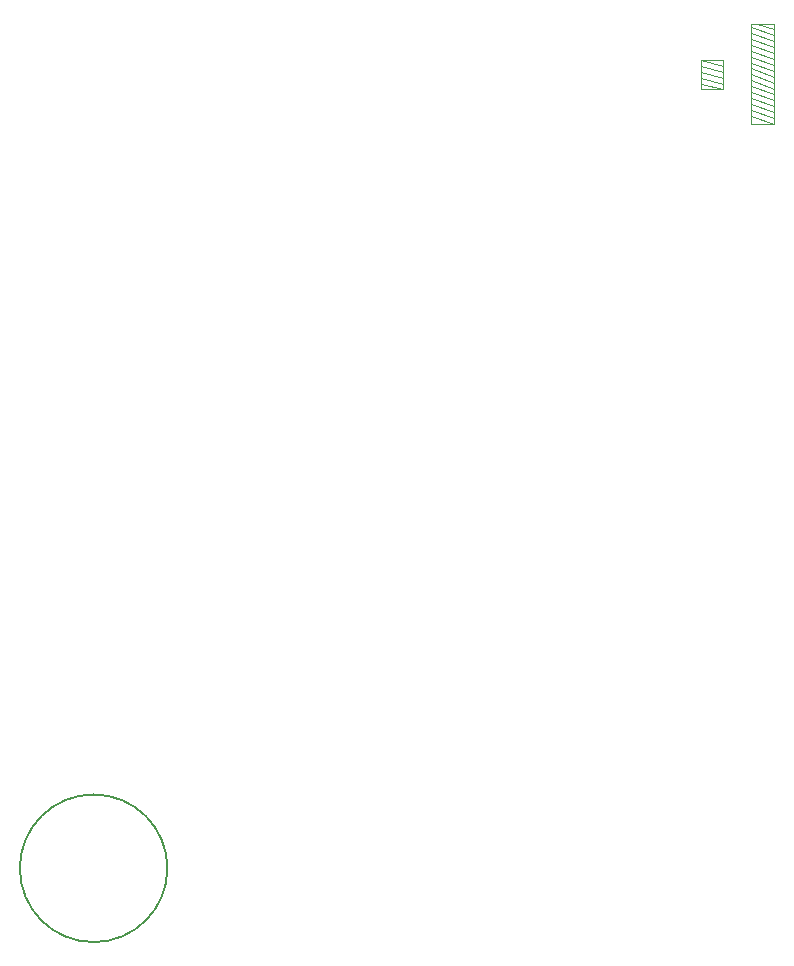
<source format=gbr>
G04 #@! TF.GenerationSoftware,KiCad,Pcbnew,(5.1.2)-2*
G04 #@! TF.CreationDate,2020-04-10T09:33:15+02:00*
G04 #@! TF.ProjectId,AfriCubePiPluginBoard,41667269-4375-4626-9550-69506c756769,rev?*
G04 #@! TF.SameCoordinates,Original*
G04 #@! TF.FileFunction,Drawing*
%FSLAX46Y46*%
G04 Gerber Fmt 4.6, Leading zero omitted, Abs format (unit mm)*
G04 Created by KiCad (PCBNEW (5.1.2)-2) date 2020-04-10 09:33:15*
%MOMM*%
%LPD*%
G04 APERTURE LIST*
%ADD10C,0.150000*%
%ADD11C,0.100000*%
G04 APERTURE END LIST*
D10*
X128805000Y-140335000D02*
G75*
G03X128805000Y-140335000I-6250000J0D01*
G01*
D11*
X175830000Y-72415000D02*
X173980000Y-71915000D01*
X173980000Y-72415000D02*
X175830000Y-72915000D01*
X175830000Y-73415000D02*
X173980000Y-72915000D01*
X173980000Y-73415000D02*
X175830000Y-73915000D01*
X175830000Y-74315000D02*
X173980000Y-73915000D01*
X175830000Y-71865000D02*
X173980000Y-71865000D01*
X173980000Y-74365000D02*
X175830000Y-74365000D01*
X178180000Y-75615000D02*
X178180000Y-75115000D01*
X180180000Y-76315000D02*
X178180000Y-75615000D01*
X178180000Y-76615000D02*
X178180000Y-76115000D01*
X180180000Y-77315000D02*
X178180000Y-76615000D01*
X178180000Y-77315000D02*
X180180000Y-77315000D01*
X178180000Y-77315000D02*
X178180000Y-68815000D01*
X175830000Y-71865000D02*
X175830000Y-74365000D01*
X180180000Y-77315000D02*
X180180000Y-68815000D01*
X180180000Y-76815000D02*
X178180000Y-76115000D01*
X180180000Y-75815000D02*
X178180000Y-75115000D01*
X180180000Y-75315000D02*
X178180000Y-74615000D01*
X180180000Y-74815000D02*
X178180000Y-74115000D01*
X180180000Y-74315000D02*
X178180000Y-73615000D01*
X180180000Y-73815000D02*
X178180000Y-73115000D01*
X180180000Y-73315000D02*
X178180000Y-72615000D01*
X180180000Y-72815000D02*
X178180000Y-72115000D01*
X180180000Y-72315000D02*
X178180000Y-71615000D01*
X180180000Y-71815000D02*
X178180000Y-71115000D01*
X180180000Y-71315000D02*
X178180000Y-70615000D01*
X180180000Y-70815000D02*
X178180000Y-70115000D01*
X180180000Y-70315000D02*
X178180000Y-69615000D01*
X180180000Y-69815000D02*
X178180000Y-69115000D01*
X180180000Y-69315000D02*
X178730000Y-68815000D01*
X180180000Y-68815000D02*
X178180000Y-68815000D01*
X173980000Y-71865000D02*
X173980000Y-74365000D01*
M02*

</source>
